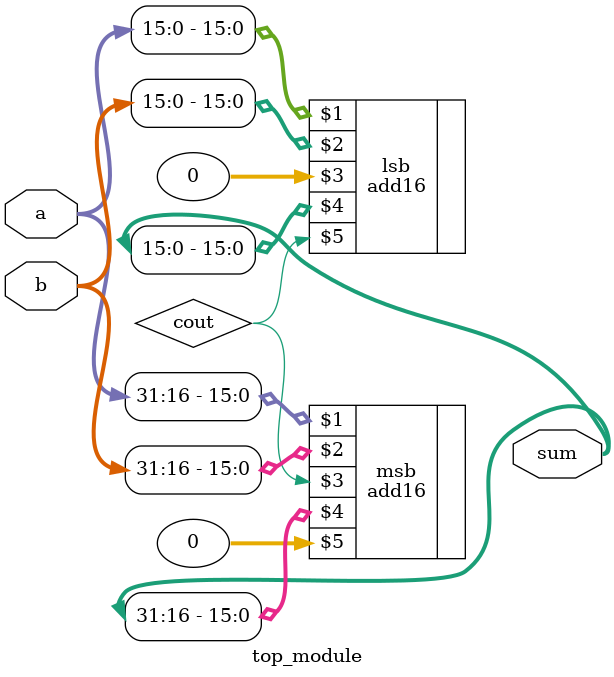
<source format=v>
module top_module(
    input [31:0] a,
    input [31:0] b,
    output [31:0] sum
);

   wire 	  cout;

   add16 lsb(a[15:0], b[15:0], 0, sum[15:0], cout);
   add16 msb(a[31:16], b[31:16], cout, sum[31:16], 0);

endmodule

</source>
